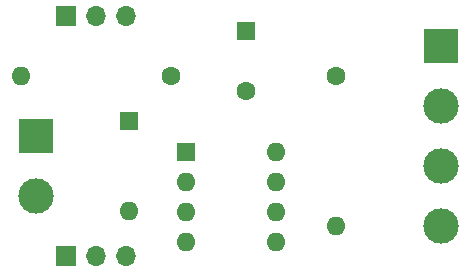
<source format=gbr>
%TF.GenerationSoftware,KiCad,Pcbnew,(6.0.5-0)*%
%TF.CreationDate,2022-05-25T12:26:39-07:00*%
%TF.ProjectId,pool-piano-midi,706f6f6c-2d70-4696-916e-6f2d6d696469,v0*%
%TF.SameCoordinates,Original*%
%TF.FileFunction,Copper,L2,Bot*%
%TF.FilePolarity,Positive*%
%FSLAX46Y46*%
G04 Gerber Fmt 4.6, Leading zero omitted, Abs format (unit mm)*
G04 Created by KiCad (PCBNEW (6.0.5-0)) date 2022-05-25 12:26:39*
%MOMM*%
%LPD*%
G01*
G04 APERTURE LIST*
%TA.AperFunction,ComponentPad*%
%ADD10R,1.700000X1.700000*%
%TD*%
%TA.AperFunction,ComponentPad*%
%ADD11O,1.700000X1.700000*%
%TD*%
%TA.AperFunction,ComponentPad*%
%ADD12C,1.600000*%
%TD*%
%TA.AperFunction,ComponentPad*%
%ADD13O,1.600000X1.600000*%
%TD*%
%TA.AperFunction,ComponentPad*%
%ADD14R,1.600000X1.600000*%
%TD*%
%TA.AperFunction,ComponentPad*%
%ADD15R,3.000000X3.000000*%
%TD*%
%TA.AperFunction,ComponentPad*%
%ADD16C,3.000000*%
%TD*%
G04 APERTURE END LIST*
D10*
%TO.P,REF\u002A\u002A,1*%
%TO.N,N/C*%
X175260000Y-83820000D03*
D11*
%TO.P,REF\u002A\u002A,2*%
X177800000Y-83820000D03*
%TO.P,REF\u002A\u002A,3*%
X180340000Y-83820000D03*
%TD*%
D12*
%TO.P,R1,1*%
%TO.N,Net-(D1-Pad1)*%
X184150000Y-68580000D03*
D13*
%TO.P,R1,2*%
%TO.N,Net-(J1-Pad1)*%
X171450000Y-68580000D03*
%TD*%
D14*
%TO.P,D1,1,K*%
%TO.N,Net-(D1-Pad1)*%
X180594000Y-72390000D03*
D13*
%TO.P,D1,2,A*%
%TO.N,Net-(D1-Pad2)*%
X180594000Y-80010000D03*
%TD*%
D15*
%TO.P,J2,1,Pin_1*%
%TO.N,VCC*%
X207010000Y-66040000D03*
D16*
%TO.P,J2,2,Pin_2*%
%TO.N,+3V3*%
X207010000Y-71120000D03*
%TO.P,J2,3,Pin_3*%
%TO.N,Net-(J2-Pad3)*%
X207010000Y-76200000D03*
%TO.P,J2,4,Pin_4*%
%TO.N,GND*%
X207010000Y-81280000D03*
%TD*%
D14*
%TO.P,C1,1*%
%TO.N,VCC*%
X190500000Y-64770000D03*
D12*
%TO.P,C1,2*%
%TO.N,GND*%
X190500000Y-69770000D03*
%TD*%
D15*
%TO.P,J1,1,Pin_1*%
%TO.N,Net-(J1-Pad1)*%
X172720000Y-73660000D03*
D16*
%TO.P,J1,2,Pin_2*%
%TO.N,Net-(D1-Pad2)*%
X172720000Y-78740000D03*
%TD*%
D12*
%TO.P,R2,1*%
%TO.N,+3V3*%
X198120000Y-68580000D03*
D13*
%TO.P,R2,2*%
%TO.N,Net-(J2-Pad3)*%
X198120000Y-81280000D03*
%TD*%
D10*
%TO.P,REF\u002A\u002A,1*%
%TO.N,N/C*%
X175260000Y-63500000D03*
D11*
%TO.P,REF\u002A\u002A,2*%
X177800000Y-63500000D03*
%TO.P,REF\u002A\u002A,3*%
X180340000Y-63500000D03*
%TD*%
D14*
%TO.P,U1,1,NC*%
%TO.N,unconnected-(U1-Pad1)*%
X185430000Y-74940000D03*
D13*
%TO.P,U1,2,C1*%
%TO.N,Net-(D1-Pad1)*%
X185430000Y-77480000D03*
%TO.P,U1,3,C2*%
%TO.N,Net-(D1-Pad2)*%
X185430000Y-80020000D03*
%TO.P,U1,4,NC*%
%TO.N,unconnected-(U1-Pad4)*%
X185430000Y-82560000D03*
%TO.P,U1,5,GND*%
%TO.N,GND*%
X193050000Y-82560000D03*
%TO.P,U1,6,VO2*%
%TO.N,Net-(J2-Pad3)*%
X193050000Y-80020000D03*
%TO.P,U1,7,VO1*%
%TO.N,unconnected-(U1-Pad7)*%
X193050000Y-77480000D03*
%TO.P,U1,8,VCC*%
%TO.N,VCC*%
X193050000Y-74940000D03*
%TD*%
M02*

</source>
